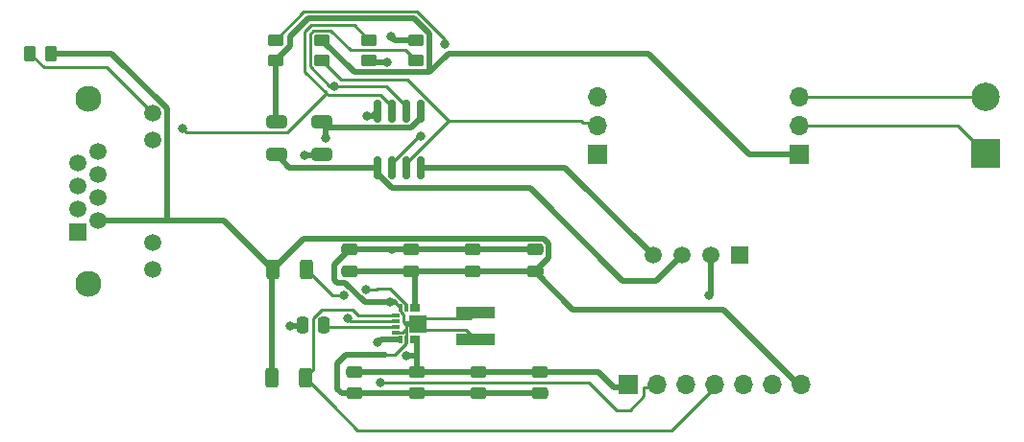
<source format=gbr>
%TF.GenerationSoftware,KiCad,Pcbnew,7.0.9*%
%TF.CreationDate,2024-04-08T18:15:02-04:00*%
%TF.ProjectId,WIRED-pH-EZO-Carrier-revA1,57495245-442d-4704-982d-455a4f2d4361,revA1*%
%TF.SameCoordinates,Original*%
%TF.FileFunction,Copper,L1,Top*%
%TF.FilePolarity,Positive*%
%FSLAX46Y46*%
G04 Gerber Fmt 4.6, Leading zero omitted, Abs format (unit mm)*
G04 Created by KiCad (PCBNEW 7.0.9) date 2024-04-08 18:15:02*
%MOMM*%
%LPD*%
G01*
G04 APERTURE LIST*
G04 Aperture macros list*
%AMRoundRect*
0 Rectangle with rounded corners*
0 $1 Rounding radius*
0 $2 $3 $4 $5 $6 $7 $8 $9 X,Y pos of 4 corners*
0 Add a 4 corners polygon primitive as box body*
4,1,4,$2,$3,$4,$5,$6,$7,$8,$9,$2,$3,0*
0 Add four circle primitives for the rounded corners*
1,1,$1+$1,$2,$3*
1,1,$1+$1,$4,$5*
1,1,$1+$1,$6,$7*
1,1,$1+$1,$8,$9*
0 Add four rect primitives between the rounded corners*
20,1,$1+$1,$2,$3,$4,$5,0*
20,1,$1+$1,$4,$5,$6,$7,0*
20,1,$1+$1,$6,$7,$8,$9,0*
20,1,$1+$1,$8,$9,$2,$3,0*%
G04 Aperture macros list end*
%TA.AperFunction,ComponentPad*%
%ADD10R,1.500000X1.500000*%
%TD*%
%TA.AperFunction,ComponentPad*%
%ADD11C,1.500000*%
%TD*%
%TA.AperFunction,ComponentPad*%
%ADD12C,2.300000*%
%TD*%
%TA.AperFunction,SMDPad,CuDef*%
%ADD13RoundRect,0.250000X0.250000X0.475000X-0.250000X0.475000X-0.250000X-0.475000X0.250000X-0.475000X0*%
%TD*%
%TA.AperFunction,SMDPad,CuDef*%
%ADD14RoundRect,0.250000X-0.475000X0.250000X-0.475000X-0.250000X0.475000X-0.250000X0.475000X0.250000X0*%
%TD*%
%TA.AperFunction,SMDPad,CuDef*%
%ADD15RoundRect,0.250000X0.475000X-0.250000X0.475000X0.250000X-0.475000X0.250000X-0.475000X-0.250000X0*%
%TD*%
%TA.AperFunction,ComponentPad*%
%ADD16R,1.700000X1.700000*%
%TD*%
%TA.AperFunction,ComponentPad*%
%ADD17O,1.700000X1.700000*%
%TD*%
%TA.AperFunction,SMDPad,CuDef*%
%ADD18RoundRect,0.250000X-0.450000X0.262500X-0.450000X-0.262500X0.450000X-0.262500X0.450000X0.262500X0*%
%TD*%
%TA.AperFunction,ComponentPad*%
%ADD19R,2.500000X2.500000*%
%TD*%
%TA.AperFunction,ComponentPad*%
%ADD20C,2.500000*%
%TD*%
%TA.AperFunction,SMDPad,CuDef*%
%ADD21RoundRect,0.250000X-0.650000X0.325000X-0.650000X-0.325000X0.650000X-0.325000X0.650000X0.325000X0*%
%TD*%
%TA.AperFunction,SMDPad,CuDef*%
%ADD22R,3.400000X0.980000*%
%TD*%
%TA.AperFunction,SMDPad,CuDef*%
%ADD23RoundRect,0.250000X-0.262500X-0.450000X0.262500X-0.450000X0.262500X0.450000X-0.262500X0.450000X0*%
%TD*%
%TA.AperFunction,SMDPad,CuDef*%
%ADD24RoundRect,0.250000X-0.312500X-0.625000X0.312500X-0.625000X0.312500X0.625000X-0.312500X0.625000X0*%
%TD*%
%TA.AperFunction,SMDPad,CuDef*%
%ADD25RoundRect,0.250000X0.312500X0.625000X-0.312500X0.625000X-0.312500X-0.625000X0.312500X-0.625000X0*%
%TD*%
%TA.AperFunction,SMDPad,CuDef*%
%ADD26RoundRect,0.150000X-0.150000X0.825000X-0.150000X-0.825000X0.150000X-0.825000X0.150000X0.825000X0*%
%TD*%
%TA.AperFunction,SMDPad,CuDef*%
%ADD27RoundRect,0.002500X-0.297500X-0.122500X0.297500X-0.122500X0.297500X0.122500X-0.297500X0.122500X0*%
%TD*%
%TA.AperFunction,SMDPad,CuDef*%
%ADD28RoundRect,0.002500X-0.122500X-0.297500X0.122500X-0.297500X0.122500X0.297500X-0.122500X0.297500X0*%
%TD*%
%TA.AperFunction,SMDPad,CuDef*%
%ADD29RoundRect,0.014000X-0.411000X-0.336000X0.411000X-0.336000X0.411000X0.336000X-0.411000X0.336000X0*%
%TD*%
%TA.AperFunction,SMDPad,CuDef*%
%ADD30RoundRect,0.003500X-0.721500X-0.171500X0.721500X-0.171500X0.721500X0.171500X-0.721500X0.171500X0*%
%TD*%
%TA.AperFunction,SMDPad,CuDef*%
%ADD31RoundRect,0.003500X-0.896500X-0.171500X0.896500X-0.171500X0.896500X0.171500X-0.896500X0.171500X0*%
%TD*%
%TA.AperFunction,ViaPad*%
%ADD32C,0.800000*%
%TD*%
%TA.AperFunction,Conductor*%
%ADD33C,0.500000*%
%TD*%
%TA.AperFunction,Conductor*%
%ADD34C,0.250000*%
%TD*%
%TA.AperFunction,Conductor*%
%ADD35C,0.249800*%
%TD*%
G04 APERTURE END LIST*
D10*
%TO.P,J1,1*%
%TO.N,+5V*%
X115060000Y-88646000D03*
D11*
%TO.P,J1,2*%
X116840000Y-87630000D03*
%TO.P,J1,3*%
%TO.N,GND*%
X115060000Y-86614000D03*
%TO.P,J1,4*%
X116840000Y-85598000D03*
%TO.P,J1,5*%
%TO.N,/SDA*%
X115060000Y-84582000D03*
%TO.P,J1,6*%
X116840000Y-83566000D03*
%TO.P,J1,7*%
%TO.N,/SCL*%
X115060000Y-82550000D03*
%TO.P,J1,8*%
X116840000Y-81534000D03*
%TO.P,J1,9*%
%TO.N,unconnected-(J1-Pad9)*%
X121660000Y-91946000D03*
%TO.P,J1,10*%
%TO.N,unconnected-(J1-Pad10)*%
X121660000Y-89656000D03*
%TO.P,J1,11*%
%TO.N,GND*%
X121660000Y-80516000D03*
%TO.P,J1,12*%
%TO.N,Net-(J1-Pad12)*%
X121660000Y-78226000D03*
D12*
%TO.P,J1,SH*%
%TO.N,GND*%
X115950000Y-93216000D03*
X115950000Y-76956000D03*
%TD*%
D13*
%TO.P,C6,1*%
%TO.N,Net-(U1-VAUX)*%
X136742000Y-96909500D03*
%TO.P,C6,2*%
%TO.N,GND*%
X134842000Y-96909500D03*
%TD*%
D14*
%TO.P,C8,1*%
%TO.N,VCC*%
X150332700Y-101007000D03*
%TO.P,C8,2*%
%TO.N,GND*%
X150332700Y-102907000D03*
%TD*%
D15*
%TO.P,C2,1*%
%TO.N,+5V*%
X144433500Y-92139500D03*
%TO.P,C2,2*%
%TO.N,GND*%
X144433500Y-90239500D03*
%TD*%
%TO.P,C3,1*%
%TO.N,+5V*%
X149876000Y-92139500D03*
%TO.P,C3,2*%
%TO.N,GND*%
X149876000Y-90239500D03*
%TD*%
D16*
%TO.P,J4,1,Pin_1*%
%TO.N,VCCQ*%
X178642000Y-81788000D03*
D17*
%TO.P,J4,2,Pin_2*%
%TO.N,Net-(J4-Pin_2)*%
X178642000Y-79248000D03*
%TO.P,J4,3,Pin_3*%
%TO.N,Net-(J4-Pin_3)*%
X178642000Y-76708000D03*
%TD*%
D18*
%TO.P,R4,1*%
%TO.N,/SCL*%
X140716000Y-71731500D03*
%TO.P,R4,2*%
%TO.N,VCC*%
X140716000Y-73556500D03*
%TD*%
D19*
%TO.P,J5,1,Pin_1*%
%TO.N,Net-(J4-Pin_2)*%
X195072000Y-81708000D03*
D20*
%TO.P,J5,2,Pin_2*%
%TO.N,Net-(J4-Pin_3)*%
X195072000Y-76708000D03*
%TD*%
D18*
%TO.P,R3,1*%
%TO.N,VCC*%
X144851300Y-71731500D03*
%TO.P,R3,2*%
%TO.N,/SDA*%
X144851300Y-73556500D03*
%TD*%
D14*
%TO.P,C7,1*%
%TO.N,VCC*%
X144889300Y-101007000D03*
%TO.P,C7,2*%
%TO.N,GND*%
X144889300Y-102907000D03*
%TD*%
D16*
%TO.P,J3,1,Pin_1*%
%TO.N,GNDS*%
X160862000Y-81788000D03*
D17*
%TO.P,J3,2,Pin_2*%
%TO.N,/ISO-SDA*%
X160862000Y-79248000D03*
%TO.P,J3,3,Pin_3*%
%TO.N,/ISO-SCL*%
X160862000Y-76708000D03*
%TD*%
D16*
%TO.P,J2,1,Pin_1*%
%TO.N,VCC*%
X163576000Y-102108000D03*
D17*
%TO.P,J2,2,Pin_2*%
%TO.N,PG*%
X166116000Y-102108000D03*
%TO.P,J2,3,Pin_3*%
%TO.N,GND*%
X168656000Y-102108000D03*
%TO.P,J2,4,Pin_4*%
%TO.N,PS*%
X171196000Y-102108000D03*
%TO.P,J2,5,Pin_5*%
%TO.N,GND*%
X173736000Y-102108000D03*
%TO.P,J2,6,Pin_6*%
%TO.N,EN*%
X176276000Y-102108000D03*
%TO.P,J2,7,Pin_7*%
%TO.N,+5V*%
X178816000Y-102108000D03*
%TD*%
D21*
%TO.P,C11,1*%
%TO.N,VCCQ*%
X132577300Y-78913000D03*
%TO.P,C11,2*%
%TO.N,GNDS*%
X132577300Y-81863000D03*
%TD*%
D22*
%TO.P,L1,1*%
%TO.N,Net-(U1-L1)*%
X150114000Y-95758000D03*
%TO.P,L1,2*%
%TO.N,Net-(U1-L2)*%
X150114000Y-98128000D03*
%TD*%
D18*
%TO.P,R5,1*%
%TO.N,VCCQ*%
X136580700Y-71731500D03*
%TO.P,R5,2*%
%TO.N,/ISO-SDA*%
X136580700Y-73556500D03*
%TD*%
D15*
%TO.P,C1,1*%
%TO.N,+5V*%
X138991100Y-92139500D03*
%TO.P,C1,2*%
%TO.N,GND*%
X138991100Y-90239500D03*
%TD*%
D23*
%TO.P,R7,1*%
%TO.N,Net-(J1-Pad12)*%
X110847500Y-72898000D03*
%TO.P,R7,2*%
%TO.N,+5V*%
X112672500Y-72898000D03*
%TD*%
D21*
%TO.P,C10,1*%
%TO.N,VCC*%
X136509300Y-78913000D03*
%TO.P,C10,2*%
%TO.N,GND*%
X136509300Y-81863000D03*
%TD*%
D18*
%TO.P,R6,1*%
%TO.N,/ISO-SCL*%
X132445300Y-71731500D03*
%TO.P,R6,2*%
%TO.N,VCCQ*%
X132445300Y-73556500D03*
%TD*%
D24*
%TO.P,R2,1*%
%TO.N,+5V*%
X132141500Y-101537500D03*
%TO.P,R2,2*%
%TO.N,PS*%
X135066500Y-101537500D03*
%TD*%
D25*
%TO.P,R1,1*%
%TO.N,EN*%
X135190900Y-91951500D03*
%TO.P,R1,2*%
%TO.N,+5V*%
X132265900Y-91951500D03*
%TD*%
D14*
%TO.P,C9,1*%
%TO.N,VCC*%
X155776000Y-101007000D03*
%TO.P,C9,2*%
%TO.N,GND*%
X155776000Y-102907000D03*
%TD*%
D15*
%TO.P,C4,1*%
%TO.N,+5V*%
X155318400Y-92139500D03*
%TO.P,C4,2*%
%TO.N,GND*%
X155318400Y-90239500D03*
%TD*%
D26*
%TO.P,U3,1,VCC1*%
%TO.N,VCC*%
X145272300Y-78043000D03*
%TO.P,U3,2,SDA1*%
%TO.N,/SDA*%
X144002300Y-78043000D03*
%TO.P,U3,3,SCL1*%
%TO.N,/SCL*%
X142732300Y-78043000D03*
%TO.P,U3,4,GND1*%
%TO.N,GND*%
X141462300Y-78043000D03*
%TO.P,U3,5,GND2*%
%TO.N,GNDS*%
X141462300Y-82993000D03*
%TO.P,U3,6,SCL2*%
%TO.N,/ISO-SCL*%
X142732300Y-82993000D03*
%TO.P,U3,7,SDA2*%
%TO.N,/ISO-SDA*%
X144002300Y-82993000D03*
%TO.P,U3,8,VCC2*%
%TO.N,VCCQ*%
X145272300Y-82993000D03*
%TD*%
D14*
%TO.P,C5,1*%
%TO.N,VCC*%
X139446000Y-101007000D03*
%TO.P,C5,2*%
%TO.N,GND*%
X139446000Y-102907000D03*
%TD*%
D27*
%TO.P,U1,1,PS/SYNC*%
%TO.N,PS*%
X143084500Y-96049500D03*
%TO.P,U1,2,PG*%
%TO.N,PG*%
X143084500Y-96549500D03*
%TO.P,U1,3,VAUX*%
%TO.N,Net-(U1-VAUX)*%
X143084500Y-97049500D03*
%TO.P,U1,4,GND*%
%TO.N,GND*%
X143084500Y-97549500D03*
D28*
%TO.P,U1,5,FB*%
%TO.N,VCC*%
X143509500Y-98199500D03*
%TO.P,U1,6,FB2*%
%TO.N,GND*%
X144009500Y-98199500D03*
D29*
%TO.P,U1,7_8,VOUT*%
%TO.N,VCC*%
X144759500Y-98199500D03*
D30*
%TO.P,U1,9,L2*%
%TO.N,Net-(U1-L2)*%
X145009500Y-97299500D03*
D31*
%TO.P,U1,10,PGND*%
%TO.N,GND*%
X144834500Y-96799500D03*
D30*
%TO.P,U1,11,L1*%
%TO.N,Net-(U1-L1)*%
X145009500Y-96299500D03*
D29*
%TO.P,U1,12_13,VIN*%
%TO.N,+5V*%
X144759500Y-95399500D03*
D28*
%TO.P,U1,14,EN*%
%TO.N,EN*%
X144009500Y-95399500D03*
%TO.P,U1,15,VSEL*%
%TO.N,GND*%
X143509500Y-95399500D03*
%TD*%
D10*
%TO.P,U2,1,-Vin*%
%TO.N,GND*%
X173339500Y-90752500D03*
D11*
%TO.P,U2,2,+Vin*%
%TO.N,VCC*%
X170799500Y-90752500D03*
%TO.P,U2,3,-Vout*%
%TO.N,GNDS*%
X168259500Y-90752500D03*
%TO.P,U2,4,+Vout*%
%TO.N,VCCQ*%
X165719500Y-90752500D03*
%TD*%
D32*
%TO.N,GND*%
X142558700Y-94892000D03*
X140516700Y-78459300D03*
X134998500Y-81918500D03*
X133714200Y-96955700D03*
%TO.N,/SDA*%
X137610000Y-75790700D03*
%TO.N,/SCL*%
X124264900Y-79538200D03*
%TO.N,VCC*%
X141498400Y-98457700D03*
X144018000Y-99568000D03*
X142612000Y-71375800D03*
X136865800Y-80388000D03*
X170688000Y-94234000D03*
X142330400Y-73685600D03*
%TO.N,/ISO-SCL*%
X145299100Y-80216500D03*
X147392600Y-72099200D03*
%TO.N,PG*%
X138832900Y-96294000D03*
X141696400Y-101957000D03*
%TO.N,EN*%
X140456000Y-93737100D03*
X138493400Y-94262600D03*
%TD*%
D33*
%TO.N,+5V*%
X122900300Y-87630000D02*
X122900300Y-77765500D01*
X149876000Y-92139500D02*
X144433500Y-92139500D01*
X155318400Y-92139500D02*
X149876000Y-92139500D01*
X155318100Y-92139200D02*
X155318400Y-92139500D01*
X144759500Y-95399500D02*
X144759500Y-92465500D01*
X138991100Y-92139500D02*
X144433500Y-92139500D01*
X158682900Y-95504000D02*
X171958000Y-95504000D01*
X144759500Y-92465500D02*
X144433500Y-92139500D01*
X156094400Y-89284900D02*
X134932500Y-89284900D01*
X132141500Y-92075900D02*
X132265900Y-91951500D01*
X155318000Y-92139200D02*
X155318100Y-92139200D01*
X156519600Y-90937500D02*
X156519600Y-89710100D01*
X149876000Y-92139500D02*
X149876000Y-92139000D01*
X138991100Y-92139500D02*
X138991100Y-92139000D01*
X144584900Y-92139000D02*
X144584400Y-92139500D01*
X132141500Y-101537500D02*
X132141500Y-92075900D01*
X132265900Y-91951500D02*
X127944400Y-87630000D01*
X144759500Y-93932700D02*
X144759500Y-95399500D01*
X122900300Y-77765500D02*
X118032800Y-72898000D01*
X155318400Y-92139500D02*
X158682900Y-95504000D01*
X171958000Y-95504000D02*
X178816000Y-102362000D01*
X122900300Y-87630000D02*
X116840000Y-87630000D01*
X155318400Y-92139400D02*
X155318000Y-92139000D01*
X144760000Y-93932200D02*
X144759500Y-93932700D01*
X118032800Y-72898000D02*
X112672500Y-72898000D01*
X144584400Y-92139500D02*
X144433500Y-92139500D01*
X155318400Y-92139500D02*
X155318400Y-92139400D01*
X127944400Y-87630000D02*
X122900300Y-87630000D01*
X155318000Y-92139100D02*
X156519600Y-90937500D01*
X134932500Y-89284900D02*
X132265900Y-91951500D01*
X156519600Y-89710100D02*
X156094400Y-89284900D01*
X144759500Y-95399500D02*
X144760000Y-95399000D01*
%TO.N,GND*%
X139446000Y-102907000D02*
X143212500Y-102907000D01*
X143299500Y-102907000D02*
X144889300Y-102907000D01*
X137922000Y-93133000D02*
X137668000Y-92879000D01*
X155318000Y-90239500D02*
X155318400Y-90239500D01*
D34*
X143002000Y-94892000D02*
X143509500Y-95399500D01*
D35*
X143256000Y-95146000D02*
X143509500Y-95399500D01*
D33*
X142847500Y-90239500D02*
X144433500Y-90239500D01*
D34*
X143018000Y-99491000D02*
X144009500Y-98499500D01*
D33*
X138676000Y-99491000D02*
X142097900Y-99491000D01*
X137668000Y-92879000D02*
X137668000Y-91562600D01*
X155318000Y-90239500D02*
X155318400Y-90239500D01*
X138991100Y-90239500D02*
X142648500Y-90239500D01*
D34*
X144009500Y-98499500D02*
X144009500Y-98199500D01*
D33*
X142748000Y-90339000D02*
X142847500Y-90239500D01*
D34*
X143509500Y-95672500D02*
X143509500Y-95399500D01*
D33*
X137922000Y-102531000D02*
X137922000Y-100245000D01*
D34*
X144009500Y-96924500D02*
X144009500Y-97197000D01*
X144134500Y-96799500D02*
X144009500Y-96924500D01*
D33*
X149876000Y-90239500D02*
X155318400Y-90239500D01*
X141462300Y-78043000D02*
X141046000Y-78459300D01*
X143256000Y-102950500D02*
X143299500Y-102907000D01*
X144433500Y-90239500D02*
X149876000Y-90239500D01*
X144889300Y-102907000D02*
X150332700Y-102907000D01*
X143002000Y-94892000D02*
X140362360Y-94892000D01*
X150332700Y-102907000D02*
X155776000Y-102907000D01*
D34*
X144834500Y-96799500D02*
X144134500Y-96799500D01*
D33*
X140362360Y-94892000D02*
X138603360Y-93133000D01*
X143212500Y-102907000D02*
X143256000Y-102950500D01*
X138603360Y-93133000D02*
X137922000Y-93133000D01*
D35*
X143510000Y-95399500D02*
X143509500Y-95399500D01*
D33*
X141046000Y-78459300D02*
X140516700Y-78459300D01*
D34*
X143657000Y-97549500D02*
X144009500Y-97197000D01*
D33*
X134795800Y-96955700D02*
X134842000Y-96909500D01*
X133714200Y-96955700D02*
X134795800Y-96955700D01*
X136453800Y-81918500D02*
X136509300Y-81863000D01*
X138298000Y-102907000D02*
X137922000Y-102531000D01*
X137668000Y-91562600D02*
X138991100Y-90239500D01*
X142648500Y-90239500D02*
X142748000Y-90339000D01*
D34*
X143084500Y-97549500D02*
X143657000Y-97549500D01*
X143934501Y-96799500D02*
X143764000Y-96628999D01*
D33*
X139446000Y-102907000D02*
X138298000Y-102907000D01*
X134998500Y-81918500D02*
X136453800Y-81918500D01*
X155318000Y-90239500D02*
X155318400Y-90239500D01*
D34*
X143764000Y-95927000D02*
X143509500Y-95672500D01*
X143764000Y-96628999D02*
X143764000Y-95927000D01*
X142097900Y-99491000D02*
X143018000Y-99491000D01*
X144009500Y-97197000D02*
X144009500Y-98199500D01*
D33*
X137922000Y-100245000D02*
X138676000Y-99491000D01*
D34*
X144834500Y-96799500D02*
X143934501Y-96799500D01*
%TO.N,/SDA*%
X135503300Y-74046000D02*
X137248000Y-75790700D01*
X137610000Y-75790700D02*
X142181700Y-75790700D01*
X137248000Y-75790700D02*
X137610000Y-75790700D01*
X139050700Y-72637200D02*
X137302800Y-70889300D01*
X143932000Y-72637200D02*
X139050700Y-72637200D01*
X135503300Y-71206600D02*
X135503300Y-74046000D01*
X144002300Y-77611300D02*
X144002300Y-78043000D01*
X137302800Y-70889300D02*
X135820600Y-70889300D01*
X142181700Y-75790700D02*
X144002300Y-77611300D01*
X135820600Y-70889300D02*
X135503300Y-71206600D01*
X144851300Y-73556500D02*
X143932000Y-72637200D01*
%TO.N,/SCL*%
X136932700Y-76427000D02*
X133502800Y-79856900D01*
X135051400Y-74545700D02*
X136932700Y-76427000D01*
X141680600Y-76552400D02*
X142732300Y-77604100D01*
X135633400Y-70437400D02*
X135051400Y-71019400D01*
X140716000Y-71731500D02*
X139421900Y-70437400D01*
X142732300Y-77604100D02*
X142732300Y-78043000D01*
X137058100Y-76552400D02*
X141680600Y-76552400D01*
X133502800Y-79856900D02*
X124583600Y-79856900D01*
X139421900Y-70437400D02*
X135633400Y-70437400D01*
X135051400Y-71019400D02*
X135051400Y-74545700D01*
X124583600Y-79856900D02*
X124264900Y-79538200D01*
X136932700Y-76427000D02*
X137058100Y-76552400D01*
%TO.N,Net-(J1-Pad12)*%
X112092000Y-74142500D02*
X117576500Y-74142500D01*
X117576500Y-74142500D02*
X121660000Y-78226000D01*
X110847500Y-72898000D02*
X112092000Y-74142500D01*
D33*
%TO.N,GNDS*%
X133707300Y-82993000D02*
X141462300Y-82993000D01*
X168259500Y-90752500D02*
X166048000Y-92964000D01*
X166048000Y-92964000D02*
X163068000Y-92964000D01*
X154927800Y-84823800D02*
X142734500Y-84823800D01*
X141462300Y-83551600D02*
X141462300Y-82993000D01*
X163068000Y-92964000D02*
X154927800Y-84823800D01*
X132577300Y-81863000D02*
X133707300Y-82993000D01*
X142734500Y-84823800D02*
X141462300Y-83551600D01*
%TO.N,VCC*%
X155776000Y-101007000D02*
X150332700Y-101007000D01*
X160919100Y-101007000D02*
X155776000Y-101007000D01*
X163576000Y-102362000D02*
X162274100Y-102362000D01*
D34*
X144824500Y-98264000D02*
X144824000Y-98264000D01*
D33*
X140716000Y-73556500D02*
X140845100Y-73685600D01*
X162274100Y-102362000D02*
X160919100Y-101007000D01*
X170799500Y-94122500D02*
X170799500Y-90752500D01*
X150332700Y-101007000D02*
X144889300Y-101007000D01*
X141756600Y-98199500D02*
X143229200Y-98199500D01*
X144742300Y-99568000D02*
X144752600Y-99557700D01*
D34*
X144752600Y-99729100D02*
X144752600Y-99557700D01*
D33*
X144889300Y-98329300D02*
X144889300Y-101007000D01*
X144759500Y-98199500D02*
X144889300Y-98329300D01*
X145272300Y-78649800D02*
X145272300Y-78043000D01*
X144824500Y-98264400D02*
X144824400Y-98264400D01*
D34*
X144889000Y-99865500D02*
X144752600Y-99729100D01*
D33*
X144824400Y-98264400D02*
X144759500Y-98199500D01*
X140845100Y-73685600D02*
X142330400Y-73685600D01*
X142967700Y-71731500D02*
X142612000Y-71375800D01*
X136509300Y-78913000D02*
X136509300Y-79131400D01*
X136509300Y-79131400D02*
X136865800Y-79487900D01*
X136865800Y-79487900D02*
X136865800Y-80388000D01*
D35*
X143229200Y-98199500D02*
X143509500Y-98199500D01*
D33*
X144889300Y-101007000D02*
X139446000Y-101007000D01*
X144018000Y-99568000D02*
X144742300Y-99568000D01*
X144434200Y-79487900D02*
X145272300Y-78649800D01*
X144851300Y-71731500D02*
X142967700Y-71731500D01*
X141498400Y-98457700D02*
X141756600Y-98199500D01*
X170688000Y-94234000D02*
X170799500Y-94122500D01*
X136865800Y-79487900D02*
X144434200Y-79487900D01*
D34*
%TO.N,/ISO-SCL*%
X147392600Y-71701100D02*
X147392600Y-72099200D01*
X132445300Y-71731500D02*
X134945200Y-69231600D01*
X134945200Y-69231600D02*
X144923100Y-69231600D01*
X144923100Y-69231600D02*
X147392600Y-71701100D01*
X142732300Y-82993000D02*
X142732300Y-82576900D01*
X145092700Y-80216500D02*
X145299100Y-80216500D01*
X142732300Y-82576900D02*
X145092700Y-80216500D01*
%TO.N,/ISO-SDA*%
X144002300Y-82550200D02*
X147718800Y-78833700D01*
X147718800Y-78833700D02*
X144089300Y-75204300D01*
X144002300Y-82993000D02*
X144002300Y-82550200D01*
X160782000Y-79024000D02*
X159605100Y-79024000D01*
X159414800Y-78833700D02*
X159605100Y-79024000D01*
X138228500Y-75204300D02*
X136580700Y-73556500D01*
X144089300Y-75204300D02*
X138228500Y-75204300D01*
X147718800Y-78833700D02*
X159414800Y-78833700D01*
D33*
%TO.N,VCCQ*%
X133726300Y-72275500D02*
X132445300Y-73556500D01*
X132577300Y-78913000D02*
X132445300Y-78781000D01*
X147708900Y-72898000D02*
X165354000Y-72898000D01*
X139423800Y-74574600D02*
X136580700Y-71731500D01*
X132445300Y-78781000D02*
X132445300Y-73556500D01*
X146032300Y-74574600D02*
X147708900Y-72898000D01*
X165354000Y-72898000D02*
X174244000Y-81788000D01*
X135334600Y-69846500D02*
X133726300Y-71454800D01*
X146032300Y-74574600D02*
X146032300Y-71176200D01*
X174244000Y-81788000D02*
X178642000Y-81788000D01*
X144702600Y-69846500D02*
X135334600Y-69846500D01*
X133726300Y-71454800D02*
X133726300Y-72275500D01*
X165719500Y-90752500D02*
X157960000Y-82993000D01*
X157960000Y-82993000D02*
X145272300Y-82993000D01*
X146032300Y-74574600D02*
X139423800Y-74574600D01*
X146032300Y-71176200D02*
X144702600Y-69846500D01*
D34*
%TO.N,PG*%
X164939100Y-103194300D02*
X164939100Y-102362000D01*
X141696400Y-101957000D02*
X160123000Y-101957000D01*
X163739400Y-104394000D02*
X164939100Y-103194300D01*
X160123000Y-101957000D02*
X162560000Y-104394000D01*
X164939100Y-102362000D02*
X166116000Y-102362000D01*
X143084500Y-96549500D02*
X139088400Y-96549500D01*
X162560000Y-104394000D02*
X163739400Y-104394000D01*
X139088400Y-96549500D02*
X138832900Y-96294000D01*
%TO.N,PS*%
X137571400Y-104043400D02*
X139700000Y-106172000D01*
X135792000Y-100812000D02*
X135066500Y-101537500D01*
X135792000Y-96299500D02*
X135792000Y-100812000D01*
X167386000Y-106172000D02*
X171196000Y-102362000D01*
X135066500Y-101537500D02*
X137571400Y-104042400D01*
X143084500Y-96049500D02*
X139798600Y-96049500D01*
X137571400Y-104042400D02*
X137571400Y-104043400D01*
X139798600Y-96049500D02*
X139298100Y-95549000D01*
X136542500Y-95549000D02*
X135792000Y-96299500D01*
X139298100Y-95549000D02*
X136542500Y-95549000D01*
X139700000Y-106172000D02*
X167386000Y-106172000D01*
%TO.N,EN*%
X142564173Y-93641000D02*
X144009500Y-95086327D01*
X135190900Y-91951500D02*
X137502000Y-94262600D01*
X140456000Y-93737100D02*
X141381900Y-93737100D01*
X141381900Y-93737100D02*
X141478000Y-93641000D01*
X144009500Y-95086327D02*
X144009500Y-95399500D01*
X137502000Y-94262600D02*
X138493400Y-94262600D01*
X141478000Y-93641000D02*
X142564173Y-93641000D01*
%TO.N,Net-(U1-VAUX)*%
X143084500Y-97049500D02*
X136882000Y-97049500D01*
X136882000Y-97049500D02*
X136742000Y-96909500D01*
X143084000Y-97049500D02*
X143084500Y-97049500D01*
%TO.N,Net-(J4-Pin_2)*%
X178642000Y-79248000D02*
X192612000Y-79248000D01*
X192612000Y-79248000D02*
X195072000Y-81708000D01*
%TO.N,Net-(J4-Pin_3)*%
X195072000Y-76708000D02*
X178642000Y-76708000D01*
%TO.N,Net-(U1-L1)*%
X145009500Y-96299500D02*
X149572500Y-96299500D01*
X149572500Y-96299500D02*
X150114000Y-95758000D01*
%TO.N,Net-(U1-L2)*%
X145009500Y-97299500D02*
X149285500Y-97299500D01*
X149285500Y-97299500D02*
X150114000Y-98128000D01*
%TD*%
M02*

</source>
